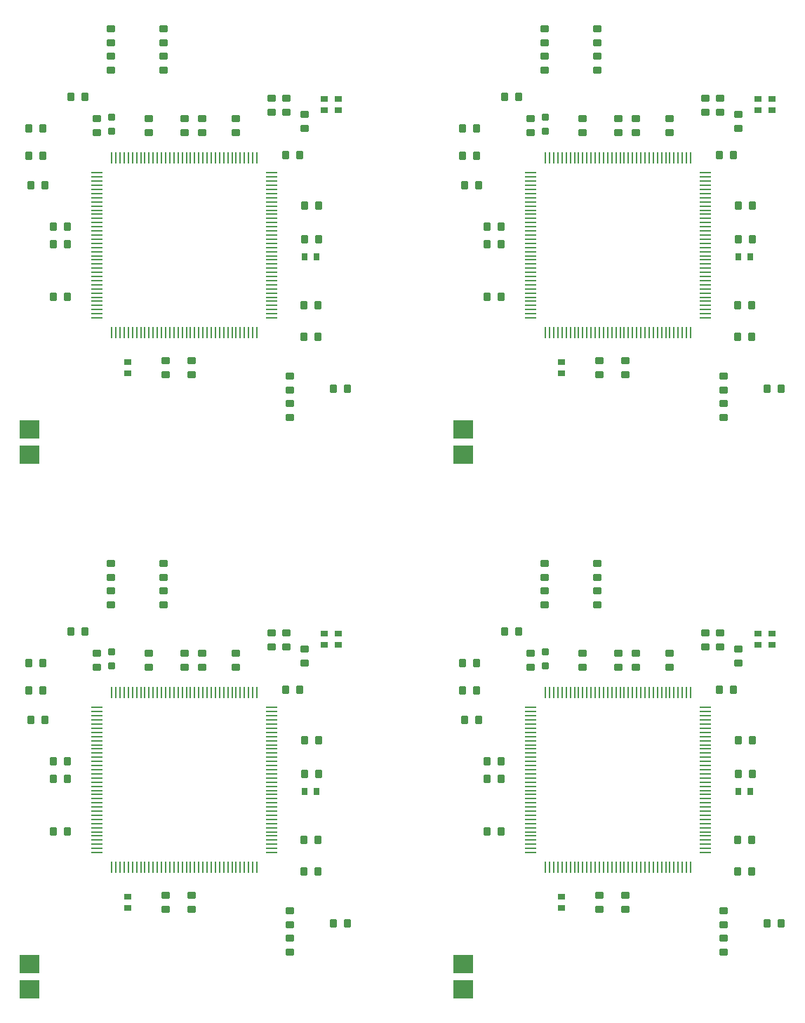
<source format=gtp>
G04*
G04 #@! TF.GenerationSoftware,Altium Limited,Altium Designer,18.1.9 (240)*
G04*
G04 Layer_Color=8421504*
%FSLAX25Y25*%
%MOIN*%
G70*
G01*
G75*
%ADD11R,0.03740X0.02953*%
%ADD12R,0.02953X0.03740*%
G04:AMPARAMS|DCode=13|XSize=39.37mil|YSize=35.43mil|CornerRadius=4.43mil|HoleSize=0mil|Usage=FLASHONLY|Rotation=270.000|XOffset=0mil|YOffset=0mil|HoleType=Round|Shape=RoundedRectangle|*
%AMROUNDEDRECTD13*
21,1,0.03937,0.02657,0,0,270.0*
21,1,0.03051,0.03543,0,0,270.0*
1,1,0.00886,-0.01329,-0.01526*
1,1,0.00886,-0.01329,0.01526*
1,1,0.00886,0.01329,0.01526*
1,1,0.00886,0.01329,-0.01526*
%
%ADD13ROUNDEDRECTD13*%
G04:AMPARAMS|DCode=14|XSize=31.5mil|YSize=31.5mil|CornerRadius=3.94mil|HoleSize=0mil|Usage=FLASHONLY|Rotation=270.000|XOffset=0mil|YOffset=0mil|HoleType=Round|Shape=RoundedRectangle|*
%AMROUNDEDRECTD14*
21,1,0.03150,0.02362,0,0,270.0*
21,1,0.02362,0.03150,0,0,270.0*
1,1,0.00787,-0.01181,-0.01181*
1,1,0.00787,-0.01181,0.01181*
1,1,0.00787,0.01181,0.01181*
1,1,0.00787,0.01181,-0.01181*
%
%ADD14ROUNDEDRECTD14*%
%ADD15R,0.02500X0.05000*%
G04:AMPARAMS|DCode=16|XSize=39.37mil|YSize=35.43mil|CornerRadius=4.43mil|HoleSize=0mil|Usage=FLASHONLY|Rotation=0.000|XOffset=0mil|YOffset=0mil|HoleType=Round|Shape=RoundedRectangle|*
%AMROUNDEDRECTD16*
21,1,0.03937,0.02657,0,0,0.0*
21,1,0.03051,0.03543,0,0,0.0*
1,1,0.00886,0.01526,-0.01329*
1,1,0.00886,-0.01526,-0.01329*
1,1,0.00886,-0.01526,0.01329*
1,1,0.00886,0.01526,0.01329*
%
%ADD16ROUNDEDRECTD16*%
%ADD44R,0.09606X0.08661*%
%ADD45O,0.05802X0.00684*%
%ADD46O,0.00684X0.05802*%
D11*
X92437Y99193D02*
D03*
Y93681D02*
D03*
X185937Y218681D02*
D03*
Y224193D02*
D03*
X192437Y218681D02*
D03*
Y224193D02*
D03*
X298437Y99193D02*
D03*
Y93681D02*
D03*
X391937Y218681D02*
D03*
Y224193D02*
D03*
X398437Y218681D02*
D03*
Y224193D02*
D03*
X92437Y353193D02*
D03*
Y347681D02*
D03*
X185937Y472681D02*
D03*
Y478193D02*
D03*
X192437Y472681D02*
D03*
Y478193D02*
D03*
X298437Y353193D02*
D03*
Y347681D02*
D03*
X391937Y472681D02*
D03*
Y478193D02*
D03*
X398437Y472681D02*
D03*
Y478193D02*
D03*
D12*
X176681Y148937D02*
D03*
X182193D02*
D03*
X382681D02*
D03*
X388193D02*
D03*
X176681Y402937D02*
D03*
X182193D02*
D03*
X382681D02*
D03*
X388193D02*
D03*
D13*
X65591Y224937D02*
D03*
X72284D02*
D03*
X45591Y209937D02*
D03*
X52284D02*
D03*
X45591Y196937D02*
D03*
X52284D02*
D03*
X167591Y197437D02*
D03*
X174284D02*
D03*
X176091Y110937D02*
D03*
X182783D02*
D03*
X46591Y182937D02*
D03*
X53284D02*
D03*
X196783Y86437D02*
D03*
X190091D02*
D03*
X183283Y173437D02*
D03*
X176591D02*
D03*
X57091Y163437D02*
D03*
X63784D02*
D03*
X57091Y154937D02*
D03*
X63784D02*
D03*
X57091Y129937D02*
D03*
X63784D02*
D03*
X182783Y125937D02*
D03*
X176091D02*
D03*
X183283Y157437D02*
D03*
X176591D02*
D03*
X271590Y224937D02*
D03*
X278284D02*
D03*
X251590Y209937D02*
D03*
X258283D02*
D03*
X251590Y196937D02*
D03*
X258283D02*
D03*
X373590Y197437D02*
D03*
X380283D02*
D03*
X382090Y110937D02*
D03*
X388784D02*
D03*
X252590Y182937D02*
D03*
X259283D02*
D03*
X402783Y86437D02*
D03*
X396091D02*
D03*
X389283Y173437D02*
D03*
X382591D02*
D03*
X263090Y163437D02*
D03*
X269783D02*
D03*
X263090Y154937D02*
D03*
X269783D02*
D03*
X263090Y129937D02*
D03*
X269783D02*
D03*
X388784Y125937D02*
D03*
X382091D02*
D03*
X389283Y157437D02*
D03*
X382591D02*
D03*
X65591Y478937D02*
D03*
X72284D02*
D03*
X45591Y463937D02*
D03*
X52284D02*
D03*
X45591Y450937D02*
D03*
X52284D02*
D03*
X167591Y451437D02*
D03*
X174284D02*
D03*
X176091Y364937D02*
D03*
X182783D02*
D03*
X46591Y436937D02*
D03*
X53284D02*
D03*
X196783Y340437D02*
D03*
X190091D02*
D03*
X183283Y427437D02*
D03*
X176591D02*
D03*
X57091Y417437D02*
D03*
X63784D02*
D03*
X57091Y408937D02*
D03*
X63784D02*
D03*
X57091Y383937D02*
D03*
X63784D02*
D03*
X182783Y379937D02*
D03*
X176091D02*
D03*
X183283Y411437D02*
D03*
X176591D02*
D03*
X271590Y478937D02*
D03*
X278284D02*
D03*
X251590Y463937D02*
D03*
X258283D02*
D03*
X251590Y450937D02*
D03*
X258283D02*
D03*
X373590Y451437D02*
D03*
X380283D02*
D03*
X382090Y364937D02*
D03*
X388784D02*
D03*
X252590Y436937D02*
D03*
X259283D02*
D03*
X402783Y340437D02*
D03*
X396091D02*
D03*
X389283Y427437D02*
D03*
X382591D02*
D03*
X263090Y417437D02*
D03*
X269783D02*
D03*
X263090Y408937D02*
D03*
X269783D02*
D03*
X263090Y383937D02*
D03*
X269783D02*
D03*
X388784Y379937D02*
D03*
X382091D02*
D03*
X389283Y411437D02*
D03*
X382591D02*
D03*
D14*
X84937Y208591D02*
D03*
Y215283D02*
D03*
X290937Y208591D02*
D03*
Y215283D02*
D03*
X84937Y462591D02*
D03*
Y469283D02*
D03*
X290937Y462591D02*
D03*
Y469283D02*
D03*
D15*
X47559Y66937D02*
D03*
X44315D02*
D03*
X47437Y54937D02*
D03*
X44194D02*
D03*
X253559Y66937D02*
D03*
X250315D02*
D03*
X253437Y54937D02*
D03*
X250194D02*
D03*
X47559Y320937D02*
D03*
X44315D02*
D03*
X47437Y308937D02*
D03*
X44194D02*
D03*
X253559Y320937D02*
D03*
X250315D02*
D03*
X253437Y308937D02*
D03*
X250194D02*
D03*
D16*
X109437Y250590D02*
D03*
Y257283D02*
D03*
X84437Y250590D02*
D03*
Y257283D02*
D03*
X109437Y237591D02*
D03*
Y244284D02*
D03*
X84437Y237744D02*
D03*
Y244437D02*
D03*
X169437Y92283D02*
D03*
Y85591D02*
D03*
Y79283D02*
D03*
Y72591D02*
D03*
X77937Y208090D02*
D03*
Y214784D02*
D03*
X176437Y216783D02*
D03*
Y210091D02*
D03*
X160937Y224284D02*
D03*
Y217591D02*
D03*
X167937Y224284D02*
D03*
Y217591D02*
D03*
X127937Y214784D02*
D03*
Y208091D02*
D03*
X122937Y93090D02*
D03*
Y99783D02*
D03*
X110437Y93090D02*
D03*
Y99783D02*
D03*
X143937Y214784D02*
D03*
Y208091D02*
D03*
X119437Y214784D02*
D03*
Y208091D02*
D03*
X102437Y214784D02*
D03*
Y208091D02*
D03*
X315437Y250590D02*
D03*
Y257283D02*
D03*
X290437Y250590D02*
D03*
Y257283D02*
D03*
X315437Y237591D02*
D03*
Y244284D02*
D03*
X290437Y237744D02*
D03*
Y244437D02*
D03*
X375437Y92283D02*
D03*
Y85591D02*
D03*
Y79283D02*
D03*
Y72591D02*
D03*
X283937Y208090D02*
D03*
Y214784D02*
D03*
X382437Y216783D02*
D03*
Y210091D02*
D03*
X366937Y224284D02*
D03*
Y217591D02*
D03*
X373937Y224284D02*
D03*
Y217591D02*
D03*
X333937Y214784D02*
D03*
Y208091D02*
D03*
X328937Y93090D02*
D03*
Y99783D02*
D03*
X316437Y93090D02*
D03*
Y99783D02*
D03*
X349937Y214784D02*
D03*
Y208091D02*
D03*
X325437Y214784D02*
D03*
Y208091D02*
D03*
X308437Y214784D02*
D03*
Y208091D02*
D03*
X109437Y504591D02*
D03*
Y511283D02*
D03*
X84437Y504591D02*
D03*
Y511283D02*
D03*
X109437Y491590D02*
D03*
Y498283D02*
D03*
X84437Y491744D02*
D03*
Y498437D02*
D03*
X169437Y346284D02*
D03*
Y339591D02*
D03*
Y333283D02*
D03*
Y326591D02*
D03*
X77937Y462090D02*
D03*
Y468784D02*
D03*
X176437Y470784D02*
D03*
Y464091D02*
D03*
X160937Y478284D02*
D03*
Y471591D02*
D03*
X167937Y478284D02*
D03*
Y471591D02*
D03*
X127937Y468784D02*
D03*
Y462091D02*
D03*
X122937Y347091D02*
D03*
Y353783D02*
D03*
X110437Y347091D02*
D03*
Y353783D02*
D03*
X143937Y468784D02*
D03*
Y462091D02*
D03*
X119437Y468784D02*
D03*
Y462091D02*
D03*
X102437Y468784D02*
D03*
Y462091D02*
D03*
X315437Y504591D02*
D03*
Y511283D02*
D03*
X290437Y504591D02*
D03*
Y511283D02*
D03*
X315437Y491590D02*
D03*
Y498283D02*
D03*
X290437Y491744D02*
D03*
Y498437D02*
D03*
X375437Y346284D02*
D03*
Y339591D02*
D03*
Y333283D02*
D03*
Y326591D02*
D03*
X283937Y462090D02*
D03*
Y468784D02*
D03*
X382437Y470784D02*
D03*
Y464091D02*
D03*
X366937Y478284D02*
D03*
Y471591D02*
D03*
X373937Y478284D02*
D03*
Y471591D02*
D03*
X333937Y468784D02*
D03*
Y462091D02*
D03*
X328937Y347091D02*
D03*
Y353783D02*
D03*
X316437Y347091D02*
D03*
Y353783D02*
D03*
X349937Y468784D02*
D03*
Y462091D02*
D03*
X325437Y468784D02*
D03*
Y462091D02*
D03*
X308437Y468784D02*
D03*
Y462091D02*
D03*
D44*
X45937Y66937D02*
D03*
X45815Y54937D02*
D03*
X251937Y66937D02*
D03*
X251815Y54937D02*
D03*
X45937Y320937D02*
D03*
X45815Y308937D02*
D03*
X251937Y320937D02*
D03*
X251815Y308937D02*
D03*
D45*
X160874Y119988D02*
D03*
Y121957D02*
D03*
Y123925D02*
D03*
Y125894D02*
D03*
Y127862D02*
D03*
Y129831D02*
D03*
Y131799D02*
D03*
Y133768D02*
D03*
Y135736D02*
D03*
Y137705D02*
D03*
Y139673D02*
D03*
Y141642D02*
D03*
Y143610D02*
D03*
Y145579D02*
D03*
Y147547D02*
D03*
Y149516D02*
D03*
Y151484D02*
D03*
Y153453D02*
D03*
Y155421D02*
D03*
Y157390D02*
D03*
Y159358D02*
D03*
Y161327D02*
D03*
Y163295D02*
D03*
Y165264D02*
D03*
Y167232D02*
D03*
Y169201D02*
D03*
Y171169D02*
D03*
Y173138D02*
D03*
Y175106D02*
D03*
Y177075D02*
D03*
Y179043D02*
D03*
Y181012D02*
D03*
Y182980D02*
D03*
Y184949D02*
D03*
Y186917D02*
D03*
Y188886D02*
D03*
X78000D02*
D03*
Y186917D02*
D03*
Y184949D02*
D03*
Y182980D02*
D03*
Y181012D02*
D03*
Y179043D02*
D03*
Y177075D02*
D03*
Y175106D02*
D03*
Y173138D02*
D03*
Y171169D02*
D03*
Y169201D02*
D03*
Y167232D02*
D03*
Y165264D02*
D03*
Y163295D02*
D03*
Y161327D02*
D03*
Y159358D02*
D03*
Y157390D02*
D03*
Y155421D02*
D03*
Y153453D02*
D03*
Y151484D02*
D03*
Y149516D02*
D03*
Y147547D02*
D03*
Y145579D02*
D03*
Y143610D02*
D03*
Y141642D02*
D03*
Y139673D02*
D03*
Y137705D02*
D03*
Y135736D02*
D03*
Y133768D02*
D03*
Y131799D02*
D03*
Y129831D02*
D03*
Y127862D02*
D03*
Y125894D02*
D03*
Y123925D02*
D03*
Y121957D02*
D03*
Y119988D02*
D03*
X366874D02*
D03*
Y121957D02*
D03*
Y123925D02*
D03*
Y125894D02*
D03*
Y127862D02*
D03*
Y129831D02*
D03*
Y131799D02*
D03*
Y133768D02*
D03*
Y135736D02*
D03*
Y137705D02*
D03*
Y139673D02*
D03*
Y141642D02*
D03*
Y143610D02*
D03*
Y145579D02*
D03*
Y147547D02*
D03*
Y149516D02*
D03*
Y151484D02*
D03*
Y153453D02*
D03*
Y155421D02*
D03*
Y157390D02*
D03*
Y159358D02*
D03*
Y161327D02*
D03*
Y163295D02*
D03*
Y165264D02*
D03*
Y167232D02*
D03*
Y169201D02*
D03*
Y171169D02*
D03*
Y173138D02*
D03*
Y175106D02*
D03*
Y177075D02*
D03*
Y179043D02*
D03*
Y181012D02*
D03*
Y182980D02*
D03*
Y184949D02*
D03*
Y186917D02*
D03*
Y188886D02*
D03*
X284000D02*
D03*
Y186917D02*
D03*
Y184949D02*
D03*
Y182980D02*
D03*
Y181012D02*
D03*
Y179043D02*
D03*
Y177075D02*
D03*
Y175106D02*
D03*
Y173138D02*
D03*
Y171169D02*
D03*
Y169201D02*
D03*
Y167232D02*
D03*
Y165264D02*
D03*
Y163295D02*
D03*
Y161327D02*
D03*
Y159358D02*
D03*
Y157390D02*
D03*
Y155421D02*
D03*
Y153453D02*
D03*
Y151484D02*
D03*
Y149516D02*
D03*
Y147547D02*
D03*
Y145579D02*
D03*
Y143610D02*
D03*
Y141642D02*
D03*
Y139673D02*
D03*
Y137705D02*
D03*
Y135736D02*
D03*
Y133768D02*
D03*
Y131799D02*
D03*
Y129831D02*
D03*
Y127862D02*
D03*
Y125894D02*
D03*
Y123925D02*
D03*
Y121957D02*
D03*
Y119988D02*
D03*
X160874Y373988D02*
D03*
Y375957D02*
D03*
Y377925D02*
D03*
Y379894D02*
D03*
Y381862D02*
D03*
Y383831D02*
D03*
Y385799D02*
D03*
Y387768D02*
D03*
Y389736D02*
D03*
Y391705D02*
D03*
Y393673D02*
D03*
Y395642D02*
D03*
Y397610D02*
D03*
Y399579D02*
D03*
Y401547D02*
D03*
Y403516D02*
D03*
Y405484D02*
D03*
Y407453D02*
D03*
Y409421D02*
D03*
Y411390D02*
D03*
Y413358D02*
D03*
Y415327D02*
D03*
Y417295D02*
D03*
Y419264D02*
D03*
Y421232D02*
D03*
Y423201D02*
D03*
Y425169D02*
D03*
Y427138D02*
D03*
Y429106D02*
D03*
Y431075D02*
D03*
Y433043D02*
D03*
Y435012D02*
D03*
Y436980D02*
D03*
Y438949D02*
D03*
Y440917D02*
D03*
Y442886D02*
D03*
X78000D02*
D03*
Y440917D02*
D03*
Y438949D02*
D03*
Y436980D02*
D03*
Y435012D02*
D03*
Y433043D02*
D03*
Y431075D02*
D03*
Y429106D02*
D03*
Y427138D02*
D03*
Y425169D02*
D03*
Y423201D02*
D03*
Y421232D02*
D03*
Y419264D02*
D03*
Y417295D02*
D03*
Y415327D02*
D03*
Y413358D02*
D03*
Y411390D02*
D03*
Y409421D02*
D03*
Y407453D02*
D03*
Y405484D02*
D03*
Y403516D02*
D03*
Y401547D02*
D03*
Y399579D02*
D03*
Y397610D02*
D03*
Y395642D02*
D03*
Y393673D02*
D03*
Y391705D02*
D03*
Y389736D02*
D03*
Y387768D02*
D03*
Y385799D02*
D03*
Y383831D02*
D03*
Y381862D02*
D03*
Y379894D02*
D03*
Y377925D02*
D03*
Y375957D02*
D03*
Y373988D02*
D03*
X366874D02*
D03*
Y375957D02*
D03*
Y377925D02*
D03*
Y379894D02*
D03*
Y381862D02*
D03*
Y383831D02*
D03*
Y385799D02*
D03*
Y387768D02*
D03*
Y389736D02*
D03*
Y391705D02*
D03*
Y393673D02*
D03*
Y395642D02*
D03*
Y397610D02*
D03*
Y399579D02*
D03*
Y401547D02*
D03*
Y403516D02*
D03*
Y405484D02*
D03*
Y407453D02*
D03*
Y409421D02*
D03*
Y411390D02*
D03*
Y413358D02*
D03*
Y415327D02*
D03*
Y417295D02*
D03*
Y419264D02*
D03*
Y421232D02*
D03*
Y423201D02*
D03*
Y425169D02*
D03*
Y427138D02*
D03*
Y429106D02*
D03*
Y431075D02*
D03*
Y433043D02*
D03*
Y435012D02*
D03*
Y436980D02*
D03*
Y438949D02*
D03*
Y440917D02*
D03*
Y442886D02*
D03*
X284000D02*
D03*
Y440917D02*
D03*
Y438949D02*
D03*
Y436980D02*
D03*
Y435012D02*
D03*
Y433043D02*
D03*
Y431075D02*
D03*
Y429106D02*
D03*
Y427138D02*
D03*
Y425169D02*
D03*
Y423201D02*
D03*
Y421232D02*
D03*
Y419264D02*
D03*
Y417295D02*
D03*
Y415327D02*
D03*
Y413358D02*
D03*
Y411390D02*
D03*
Y409421D02*
D03*
Y407453D02*
D03*
Y405484D02*
D03*
Y403516D02*
D03*
Y401547D02*
D03*
Y399579D02*
D03*
Y397610D02*
D03*
Y395642D02*
D03*
Y393673D02*
D03*
Y391705D02*
D03*
Y389736D02*
D03*
Y387768D02*
D03*
Y385799D02*
D03*
Y383831D02*
D03*
Y381862D02*
D03*
Y379894D02*
D03*
Y377925D02*
D03*
Y375957D02*
D03*
Y373988D02*
D03*
D46*
X153886Y195874D02*
D03*
X151917D02*
D03*
X149949D02*
D03*
X147980D02*
D03*
X146012D02*
D03*
X144043D02*
D03*
X142075D02*
D03*
X140106D02*
D03*
X138138D02*
D03*
X136169D02*
D03*
X134201D02*
D03*
X132232D02*
D03*
X130264D02*
D03*
X128295D02*
D03*
X126327D02*
D03*
X124358D02*
D03*
X122390D02*
D03*
X120421D02*
D03*
X118453D02*
D03*
X116484D02*
D03*
X114516D02*
D03*
X112547D02*
D03*
X110579D02*
D03*
X108610D02*
D03*
X106642D02*
D03*
X104673D02*
D03*
X102705D02*
D03*
X100736D02*
D03*
X98768D02*
D03*
X96799D02*
D03*
X94831D02*
D03*
X92862D02*
D03*
X90894D02*
D03*
X88925D02*
D03*
X86957D02*
D03*
X84988D02*
D03*
Y113000D02*
D03*
X86957D02*
D03*
X88925D02*
D03*
X90894D02*
D03*
X92862D02*
D03*
X94831D02*
D03*
X96799D02*
D03*
X98768D02*
D03*
X100736D02*
D03*
X102705D02*
D03*
X104673D02*
D03*
X106642D02*
D03*
X108610D02*
D03*
X110579D02*
D03*
X112547D02*
D03*
X114516D02*
D03*
X116484D02*
D03*
X118453D02*
D03*
X120421D02*
D03*
X122390D02*
D03*
X124358D02*
D03*
X126327D02*
D03*
X128295D02*
D03*
X130264D02*
D03*
X132232D02*
D03*
X134201D02*
D03*
X136169D02*
D03*
X138138D02*
D03*
X140106D02*
D03*
X142075D02*
D03*
X144043D02*
D03*
X146012D02*
D03*
X147980D02*
D03*
X149949D02*
D03*
X151917D02*
D03*
X153886D02*
D03*
X359886Y195874D02*
D03*
X357917D02*
D03*
X355949D02*
D03*
X353980D02*
D03*
X352012D02*
D03*
X350043D02*
D03*
X348075D02*
D03*
X346106D02*
D03*
X344138D02*
D03*
X342169D02*
D03*
X340201D02*
D03*
X338232D02*
D03*
X336264D02*
D03*
X334295D02*
D03*
X332327D02*
D03*
X330358D02*
D03*
X328390D02*
D03*
X326421D02*
D03*
X324453D02*
D03*
X322484D02*
D03*
X320516D02*
D03*
X318547D02*
D03*
X316579D02*
D03*
X314610D02*
D03*
X312642D02*
D03*
X310673D02*
D03*
X308705D02*
D03*
X306736D02*
D03*
X304768D02*
D03*
X302799D02*
D03*
X300831D02*
D03*
X298862D02*
D03*
X296894D02*
D03*
X294925D02*
D03*
X292957D02*
D03*
X290988D02*
D03*
Y113000D02*
D03*
X292957D02*
D03*
X294925D02*
D03*
X296894D02*
D03*
X298862D02*
D03*
X300831D02*
D03*
X302799D02*
D03*
X304768D02*
D03*
X306736D02*
D03*
X308705D02*
D03*
X310673D02*
D03*
X312642D02*
D03*
X314610D02*
D03*
X316579D02*
D03*
X318547D02*
D03*
X320516D02*
D03*
X322484D02*
D03*
X324453D02*
D03*
X326421D02*
D03*
X328390D02*
D03*
X330358D02*
D03*
X332327D02*
D03*
X334295D02*
D03*
X336264D02*
D03*
X338232D02*
D03*
X340201D02*
D03*
X342169D02*
D03*
X344138D02*
D03*
X346106D02*
D03*
X348075D02*
D03*
X350043D02*
D03*
X352012D02*
D03*
X353980D02*
D03*
X355949D02*
D03*
X357917D02*
D03*
X359886D02*
D03*
X153886Y449874D02*
D03*
X151917D02*
D03*
X149949D02*
D03*
X147980D02*
D03*
X146012D02*
D03*
X144043D02*
D03*
X142075D02*
D03*
X140106D02*
D03*
X138138D02*
D03*
X136169D02*
D03*
X134201D02*
D03*
X132232D02*
D03*
X130264D02*
D03*
X128295D02*
D03*
X126327D02*
D03*
X124358D02*
D03*
X122390D02*
D03*
X120421D02*
D03*
X118453D02*
D03*
X116484D02*
D03*
X114516D02*
D03*
X112547D02*
D03*
X110579D02*
D03*
X108610D02*
D03*
X106642D02*
D03*
X104673D02*
D03*
X102705D02*
D03*
X100736D02*
D03*
X98768D02*
D03*
X96799D02*
D03*
X94831D02*
D03*
X92862D02*
D03*
X90894D02*
D03*
X88925D02*
D03*
X86957D02*
D03*
X84988D02*
D03*
Y367000D02*
D03*
X86957D02*
D03*
X88925D02*
D03*
X90894D02*
D03*
X92862D02*
D03*
X94831D02*
D03*
X96799D02*
D03*
X98768D02*
D03*
X100736D02*
D03*
X102705D02*
D03*
X104673D02*
D03*
X106642D02*
D03*
X108610D02*
D03*
X110579D02*
D03*
X112547D02*
D03*
X114516D02*
D03*
X116484D02*
D03*
X118453D02*
D03*
X120421D02*
D03*
X122390D02*
D03*
X124358D02*
D03*
X126327D02*
D03*
X128295D02*
D03*
X130264D02*
D03*
X132232D02*
D03*
X134201D02*
D03*
X136169D02*
D03*
X138138D02*
D03*
X140106D02*
D03*
X142075D02*
D03*
X144043D02*
D03*
X146012D02*
D03*
X147980D02*
D03*
X149949D02*
D03*
X151917D02*
D03*
X153886D02*
D03*
X359886Y449874D02*
D03*
X357917D02*
D03*
X355949D02*
D03*
X353980D02*
D03*
X352012D02*
D03*
X350043D02*
D03*
X348075D02*
D03*
X346106D02*
D03*
X344138D02*
D03*
X342169D02*
D03*
X340201D02*
D03*
X338232D02*
D03*
X336264D02*
D03*
X334295D02*
D03*
X332327D02*
D03*
X330358D02*
D03*
X328390D02*
D03*
X326421D02*
D03*
X324453D02*
D03*
X322484D02*
D03*
X320516D02*
D03*
X318547D02*
D03*
X316579D02*
D03*
X314610D02*
D03*
X312642D02*
D03*
X310673D02*
D03*
X308705D02*
D03*
X306736D02*
D03*
X304768D02*
D03*
X302799D02*
D03*
X300831D02*
D03*
X298862D02*
D03*
X296894D02*
D03*
X294925D02*
D03*
X292957D02*
D03*
X290988D02*
D03*
Y367000D02*
D03*
X292957D02*
D03*
X294925D02*
D03*
X296894D02*
D03*
X298862D02*
D03*
X300831D02*
D03*
X302799D02*
D03*
X304768D02*
D03*
X306736D02*
D03*
X308705D02*
D03*
X310673D02*
D03*
X312642D02*
D03*
X314610D02*
D03*
X316579D02*
D03*
X318547D02*
D03*
X320516D02*
D03*
X322484D02*
D03*
X324453D02*
D03*
X326421D02*
D03*
X328390D02*
D03*
X330358D02*
D03*
X332327D02*
D03*
X334295D02*
D03*
X336264D02*
D03*
X338232D02*
D03*
X340201D02*
D03*
X342169D02*
D03*
X344138D02*
D03*
X346106D02*
D03*
X348075D02*
D03*
X350043D02*
D03*
X352012D02*
D03*
X353980D02*
D03*
X355949D02*
D03*
X357917D02*
D03*
X359886D02*
D03*
M02*

</source>
